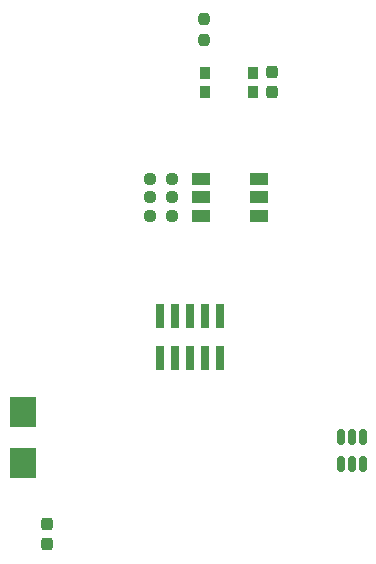
<source format=gbp>
G04 #@! TF.GenerationSoftware,KiCad,Pcbnew,(6.0.8)*
G04 #@! TF.CreationDate,2023-12-02T01:29:22+01:00*
G04 #@! TF.ProjectId,lamp_devboard,6c616d70-5f64-4657-9662-6f6172642e6b,rev?*
G04 #@! TF.SameCoordinates,Original*
G04 #@! TF.FileFunction,Paste,Bot*
G04 #@! TF.FilePolarity,Positive*
%FSLAX46Y46*%
G04 Gerber Fmt 4.6, Leading zero omitted, Abs format (unit mm)*
G04 Created by KiCad (PCBNEW (6.0.8)) date 2023-12-02 01:29:22*
%MOMM*%
%LPD*%
G01*
G04 APERTURE LIST*
G04 Aperture macros list*
%AMRoundRect*
0 Rectangle with rounded corners*
0 $1 Rounding radius*
0 $2 $3 $4 $5 $6 $7 $8 $9 X,Y pos of 4 corners*
0 Add a 4 corners polygon primitive as box body*
4,1,4,$2,$3,$4,$5,$6,$7,$8,$9,$2,$3,0*
0 Add four circle primitives for the rounded corners*
1,1,$1+$1,$2,$3*
1,1,$1+$1,$4,$5*
1,1,$1+$1,$6,$7*
1,1,$1+$1,$8,$9*
0 Add four rect primitives between the rounded corners*
20,1,$1+$1,$2,$3,$4,$5,0*
20,1,$1+$1,$4,$5,$6,$7,0*
20,1,$1+$1,$6,$7,$8,$9,0*
20,1,$1+$1,$8,$9,$2,$3,0*%
G04 Aperture macros list end*
%ADD10RoundRect,0.237500X0.250000X0.237500X-0.250000X0.237500X-0.250000X-0.237500X0.250000X-0.237500X0*%
%ADD11RoundRect,0.237500X0.237500X-0.250000X0.237500X0.250000X-0.237500X0.250000X-0.237500X-0.250000X0*%
%ADD12RoundRect,0.237500X0.237500X-0.300000X0.237500X0.300000X-0.237500X0.300000X-0.237500X-0.300000X0*%
%ADD13RoundRect,0.237500X-0.250000X-0.237500X0.250000X-0.237500X0.250000X0.237500X-0.250000X0.237500X0*%
%ADD14R,2.300000X2.500000*%
%ADD15R,1.500000X1.000000*%
%ADD16RoundRect,0.150000X-0.150000X0.512500X-0.150000X-0.512500X0.150000X-0.512500X0.150000X0.512500X0*%
%ADD17R,0.900000X1.000000*%
%ADD18R,0.750000X2.100000*%
G04 APERTURE END LIST*
D10*
X55012500Y-85300000D03*
X53187500Y-85300000D03*
D11*
X57800000Y-73612500D03*
X57800000Y-71787500D03*
D10*
X55012500Y-86900000D03*
X53187500Y-86900000D03*
D12*
X63500000Y-78012500D03*
X63500000Y-76287500D03*
D13*
X53187500Y-88500000D03*
X55012500Y-88500000D03*
D12*
X44500000Y-116262500D03*
X44500000Y-114537500D03*
D14*
X42400000Y-109350000D03*
X42400000Y-105050000D03*
D15*
X57550000Y-88500000D03*
X57550000Y-86900000D03*
X57550000Y-85300000D03*
X62450000Y-85300000D03*
X62450000Y-86900000D03*
X62450000Y-88500000D03*
D16*
X69350000Y-107212500D03*
X70300000Y-107212500D03*
X71250000Y-107212500D03*
X71250000Y-109487500D03*
X70300000Y-109487500D03*
X69350000Y-109487500D03*
D17*
X57850000Y-78000000D03*
X61950000Y-78000000D03*
X61950000Y-76400000D03*
X57850000Y-76400000D03*
D18*
X54060000Y-100500000D03*
X54060000Y-96900000D03*
X55330000Y-100500000D03*
X55330000Y-96900000D03*
X56600000Y-100500000D03*
X56600000Y-96900000D03*
X57870000Y-100500000D03*
X57870000Y-96900000D03*
X59140000Y-100500000D03*
X59140000Y-96900000D03*
M02*

</source>
